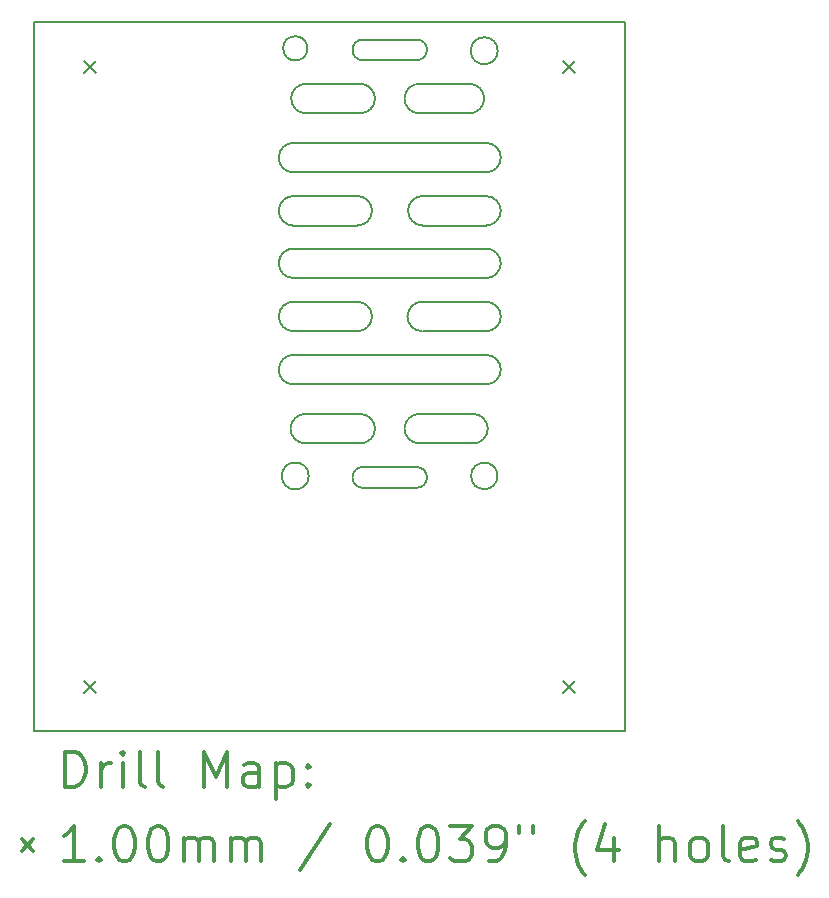
<source format=gbr>
%FSLAX45Y45*%
G04 Gerber Fmt 4.5, Leading zero omitted, Abs format (unit mm)*
G04 Created by KiCad (PCBNEW 4.0.6+dfsg1-1) date Sun Jan 28 21:25:41 2018*
%MOMM*%
%LPD*%
G01*
G04 APERTURE LIST*
%ADD10C,0.127000*%
%ADD11C,0.200000*%
%ADD12C,0.150000*%
%ADD13C,0.300000*%
G04 APERTURE END LIST*
D10*
D11*
X13240000Y-5320000D02*
G75*
G03X13325000Y-5235000I0J85000D01*
G01*
X13325000Y-5230000D02*
G75*
G03X13240000Y-5145000I-85000J0D01*
G01*
X12695000Y-5235000D02*
G75*
G03X12780000Y-5320000I85000J0D01*
G01*
X12780000Y-5145000D02*
G75*
G03X12695000Y-5230000I0J-85000D01*
G01*
X13240000Y-5145000D02*
X12780000Y-5145000D01*
X13240000Y-8765000D02*
X12780000Y-8765000D01*
X13240000Y-8940000D02*
G75*
G03X13325000Y-8855000I0J85000D01*
G01*
X12780000Y-8765000D02*
G75*
G03X12695000Y-8850000I0J-85000D01*
G01*
X13325000Y-8850000D02*
G75*
G03X13240000Y-8765000I-85000J0D01*
G01*
X12695000Y-8855000D02*
G75*
G03X12780000Y-8940000I85000J0D01*
G01*
X13240000Y-8940000D02*
X12780000Y-8940000D01*
X13240000Y-5320000D02*
X12780000Y-5320000D01*
X13840000Y-8440000D02*
G75*
G03X13715000Y-8315000I-125000J0D01*
G01*
X13715000Y-8565000D02*
G75*
G03X13840000Y-8440000I0J125000D01*
G01*
X13720000Y-8565000D02*
X13255000Y-8565000D01*
X13260000Y-8315000D02*
X13720000Y-8315000D01*
X13135000Y-8440000D02*
G75*
G03X13260000Y-8565000I125000J0D01*
G01*
X13265000Y-8315000D02*
G75*
G03X13135000Y-8435000I-5000J-125000D01*
G01*
X12760000Y-8565000D02*
X12295000Y-8565000D01*
X12300000Y-8315000D02*
X12760000Y-8315000D01*
X12760000Y-8565000D02*
G75*
G03X12885000Y-8440000I0J125000D01*
G01*
X12305000Y-5770000D02*
X12300000Y-5770000D01*
X13260000Y-5770000D02*
X13685000Y-5770000D01*
X13685000Y-5520000D02*
X13265000Y-5520000D01*
X12760000Y-5770000D02*
X12300000Y-5770000D01*
X12305000Y-5520000D02*
X12760000Y-5520000D01*
X12885000Y-8440000D02*
G75*
G03X12760000Y-8315000I-125000J0D01*
G01*
X12170000Y-8440000D02*
G75*
G03X12295000Y-8565000I125000J0D01*
G01*
X12300000Y-8315000D02*
G75*
G03X12170000Y-8435000I-5000J-125000D01*
G01*
X13135000Y-5645000D02*
G75*
G03X13260000Y-5770000I125000J0D01*
G01*
X13265000Y-5520000D02*
G75*
G03X13135000Y-5640000I-5000J-125000D01*
G01*
X12760000Y-5770000D02*
G75*
G03X12885000Y-5645000I0J125000D01*
G01*
X12885000Y-5645000D02*
G75*
G03X12760000Y-5520000I-125000J0D01*
G01*
X13685000Y-5770000D02*
G75*
G03X13810000Y-5645000I0J125000D01*
G01*
X13810000Y-5645000D02*
G75*
G03X13685000Y-5520000I-125000J0D01*
G01*
X12175000Y-5645000D02*
G75*
G03X12300000Y-5770000I125000J0D01*
G01*
X12305000Y-5520000D02*
G75*
G03X12175000Y-5640000I-5000J-125000D01*
G01*
X12735000Y-6720000D02*
G75*
G03X12860000Y-6595000I0J125000D01*
G01*
X12860000Y-6595000D02*
G75*
G03X12735000Y-6470000I-125000J0D01*
G01*
X12735000Y-6720000D02*
X12195000Y-6720000D01*
X12200000Y-6470000D02*
X12735000Y-6470000D01*
X12070000Y-6595000D02*
G75*
G03X12195000Y-6720000I125000J0D01*
G01*
X12200000Y-6470000D02*
G75*
G03X12070000Y-6590000I-5000J-125000D01*
G01*
X13165000Y-6595000D02*
G75*
G03X13290000Y-6720000I125000J0D01*
G01*
X13295000Y-6470000D02*
G75*
G03X13165000Y-6590000I-5000J-125000D01*
G01*
X13825000Y-6720000D02*
G75*
G03X13950000Y-6595000I0J125000D01*
G01*
X13290000Y-6720000D02*
X13825000Y-6720000D01*
X13295000Y-6470000D02*
X13830000Y-6470000D01*
X13825000Y-7815000D02*
X12195000Y-7815000D01*
X13950000Y-7940000D02*
G75*
G03X13825000Y-7815000I-125000J0D01*
G01*
X13160000Y-7490000D02*
G75*
G03X13285000Y-7615000I125000J0D01*
G01*
X13290000Y-7365000D02*
G75*
G03X13160000Y-7485000I-5000J-125000D01*
G01*
X13290000Y-7615000D02*
X13825000Y-7615000D01*
X13290000Y-7365000D02*
X13825000Y-7365000D01*
X13825000Y-7615000D02*
G75*
G03X13950000Y-7490000I0J125000D01*
G01*
X13950000Y-7490000D02*
G75*
G03X13825000Y-7365000I-125000J0D01*
G01*
X12735000Y-7615000D02*
X12195000Y-7615000D01*
X12200000Y-7365000D02*
X12735000Y-7365000D01*
X12735000Y-7615000D02*
G75*
G03X12860000Y-7490000I0J125000D01*
G01*
X12860000Y-7490000D02*
G75*
G03X12735000Y-7365000I-125000J0D01*
G01*
X12070000Y-7490000D02*
G75*
G03X12195000Y-7615000I125000J0D01*
G01*
X12200000Y-7365000D02*
G75*
G03X12070000Y-7485000I-5000J-125000D01*
G01*
X12195000Y-6270000D02*
X13825000Y-6270000D01*
X13825000Y-6020000D02*
X12200000Y-6020000D01*
X13825000Y-6270000D02*
G75*
G03X13950000Y-6145000I0J125000D01*
G01*
X13950000Y-6145000D02*
G75*
G03X13825000Y-6020000I-125000J0D01*
G01*
X12070000Y-6145000D02*
G75*
G03X12195000Y-6270000I125000J0D01*
G01*
X12200000Y-6020000D02*
G75*
G03X12070000Y-6140000I-5000J-125000D01*
G01*
X13825000Y-8065000D02*
X12195000Y-8065000D01*
X13950000Y-6595000D02*
G75*
G03X13825000Y-6470000I-125000J0D01*
G01*
X13825000Y-8065000D02*
G75*
G03X13950000Y-7940000I0J125000D01*
G01*
X12200000Y-7815000D02*
G75*
G03X12070000Y-7935000I-5000J-125000D01*
G01*
X12070000Y-7940000D02*
G75*
G03X12195000Y-8065000I125000J0D01*
G01*
X12195000Y-7165000D02*
X13825000Y-7165000D01*
X13825000Y-6915000D02*
X12200000Y-6915000D01*
X13950000Y-7040000D02*
G75*
G03X13825000Y-6915000I-125000J0D01*
G01*
X13825000Y-7165000D02*
G75*
G03X13950000Y-7040000I0J125000D01*
G01*
X12200000Y-6915000D02*
G75*
G03X12070000Y-7035000I-5000J-125000D01*
G01*
X12070000Y-7040000D02*
G75*
G03X12195000Y-7165000I125000J0D01*
G01*
D12*
X15000000Y-11000000D02*
X10000000Y-11000000D01*
D11*
X12324017Y-8840000D02*
G75*
G03X12324017Y-8840000I-114018J0D01*
G01*
X13921803Y-8840000D02*
G75*
G03X13921803Y-8840000I-111803J0D01*
G01*
X12312956Y-5220000D02*
G75*
G03X12312956Y-5220000I-102956J0D01*
G01*
X13924017Y-5240000D02*
G75*
G03X13924017Y-5240000I-114018J0D01*
G01*
D12*
X15000000Y-5000000D02*
X10000000Y-5000000D01*
X15000000Y-11000000D02*
X15000000Y-5000000D01*
X10000000Y-5000000D02*
X10000000Y-11000000D01*
D11*
X10424962Y-5324962D02*
X10525038Y-5425038D01*
X10525038Y-5324962D02*
X10424962Y-5425038D01*
X10424962Y-10574962D02*
X10525038Y-10675038D01*
X10525038Y-10574962D02*
X10424962Y-10675038D01*
X14474962Y-5324962D02*
X14575038Y-5425038D01*
X14575038Y-5324962D02*
X14474962Y-5425038D01*
X14474962Y-10574962D02*
X14575038Y-10675038D01*
X14575038Y-10574962D02*
X14474962Y-10675038D01*
D13*
X10263929Y-11473214D02*
X10263929Y-11173214D01*
X10335357Y-11173214D01*
X10378214Y-11187500D01*
X10406786Y-11216071D01*
X10421071Y-11244643D01*
X10435357Y-11301786D01*
X10435357Y-11344643D01*
X10421071Y-11401786D01*
X10406786Y-11430357D01*
X10378214Y-11458929D01*
X10335357Y-11473214D01*
X10263929Y-11473214D01*
X10563929Y-11473214D02*
X10563929Y-11273214D01*
X10563929Y-11330357D02*
X10578214Y-11301786D01*
X10592500Y-11287500D01*
X10621071Y-11273214D01*
X10649643Y-11273214D01*
X10749643Y-11473214D02*
X10749643Y-11273214D01*
X10749643Y-11173214D02*
X10735357Y-11187500D01*
X10749643Y-11201786D01*
X10763929Y-11187500D01*
X10749643Y-11173214D01*
X10749643Y-11201786D01*
X10935357Y-11473214D02*
X10906786Y-11458929D01*
X10892500Y-11430357D01*
X10892500Y-11173214D01*
X11092500Y-11473214D02*
X11063929Y-11458929D01*
X11049643Y-11430357D01*
X11049643Y-11173214D01*
X11435357Y-11473214D02*
X11435357Y-11173214D01*
X11535357Y-11387500D01*
X11635357Y-11173214D01*
X11635357Y-11473214D01*
X11906786Y-11473214D02*
X11906786Y-11316071D01*
X11892500Y-11287500D01*
X11863928Y-11273214D01*
X11806786Y-11273214D01*
X11778214Y-11287500D01*
X11906786Y-11458929D02*
X11878214Y-11473214D01*
X11806786Y-11473214D01*
X11778214Y-11458929D01*
X11763928Y-11430357D01*
X11763928Y-11401786D01*
X11778214Y-11373214D01*
X11806786Y-11358929D01*
X11878214Y-11358929D01*
X11906786Y-11344643D01*
X12049643Y-11273214D02*
X12049643Y-11573214D01*
X12049643Y-11287500D02*
X12078214Y-11273214D01*
X12135357Y-11273214D01*
X12163928Y-11287500D01*
X12178214Y-11301786D01*
X12192500Y-11330357D01*
X12192500Y-11416071D01*
X12178214Y-11444643D01*
X12163928Y-11458929D01*
X12135357Y-11473214D01*
X12078214Y-11473214D01*
X12049643Y-11458929D01*
X12321071Y-11444643D02*
X12335357Y-11458929D01*
X12321071Y-11473214D01*
X12306786Y-11458929D01*
X12321071Y-11444643D01*
X12321071Y-11473214D01*
X12321071Y-11287500D02*
X12335357Y-11301786D01*
X12321071Y-11316071D01*
X12306786Y-11301786D01*
X12321071Y-11287500D01*
X12321071Y-11316071D01*
X9892424Y-11917462D02*
X9992500Y-12017538D01*
X9992500Y-11917462D02*
X9892424Y-12017538D01*
X10421071Y-12103214D02*
X10249643Y-12103214D01*
X10335357Y-12103214D02*
X10335357Y-11803214D01*
X10306786Y-11846071D01*
X10278214Y-11874643D01*
X10249643Y-11888929D01*
X10549643Y-12074643D02*
X10563929Y-12088929D01*
X10549643Y-12103214D01*
X10535357Y-12088929D01*
X10549643Y-12074643D01*
X10549643Y-12103214D01*
X10749643Y-11803214D02*
X10778214Y-11803214D01*
X10806786Y-11817500D01*
X10821071Y-11831786D01*
X10835357Y-11860357D01*
X10849643Y-11917500D01*
X10849643Y-11988929D01*
X10835357Y-12046071D01*
X10821071Y-12074643D01*
X10806786Y-12088929D01*
X10778214Y-12103214D01*
X10749643Y-12103214D01*
X10721071Y-12088929D01*
X10706786Y-12074643D01*
X10692500Y-12046071D01*
X10678214Y-11988929D01*
X10678214Y-11917500D01*
X10692500Y-11860357D01*
X10706786Y-11831786D01*
X10721071Y-11817500D01*
X10749643Y-11803214D01*
X11035357Y-11803214D02*
X11063929Y-11803214D01*
X11092500Y-11817500D01*
X11106786Y-11831786D01*
X11121071Y-11860357D01*
X11135357Y-11917500D01*
X11135357Y-11988929D01*
X11121071Y-12046071D01*
X11106786Y-12074643D01*
X11092500Y-12088929D01*
X11063929Y-12103214D01*
X11035357Y-12103214D01*
X11006786Y-12088929D01*
X10992500Y-12074643D01*
X10978214Y-12046071D01*
X10963929Y-11988929D01*
X10963929Y-11917500D01*
X10978214Y-11860357D01*
X10992500Y-11831786D01*
X11006786Y-11817500D01*
X11035357Y-11803214D01*
X11263928Y-12103214D02*
X11263928Y-11903214D01*
X11263928Y-11931786D02*
X11278214Y-11917500D01*
X11306786Y-11903214D01*
X11349643Y-11903214D01*
X11378214Y-11917500D01*
X11392500Y-11946071D01*
X11392500Y-12103214D01*
X11392500Y-11946071D02*
X11406786Y-11917500D01*
X11435357Y-11903214D01*
X11478214Y-11903214D01*
X11506786Y-11917500D01*
X11521071Y-11946071D01*
X11521071Y-12103214D01*
X11663928Y-12103214D02*
X11663928Y-11903214D01*
X11663928Y-11931786D02*
X11678214Y-11917500D01*
X11706786Y-11903214D01*
X11749643Y-11903214D01*
X11778214Y-11917500D01*
X11792500Y-11946071D01*
X11792500Y-12103214D01*
X11792500Y-11946071D02*
X11806786Y-11917500D01*
X11835357Y-11903214D01*
X11878214Y-11903214D01*
X11906786Y-11917500D01*
X11921071Y-11946071D01*
X11921071Y-12103214D01*
X12506786Y-11788929D02*
X12249643Y-12174643D01*
X12892500Y-11803214D02*
X12921071Y-11803214D01*
X12949643Y-11817500D01*
X12963928Y-11831786D01*
X12978214Y-11860357D01*
X12992500Y-11917500D01*
X12992500Y-11988929D01*
X12978214Y-12046071D01*
X12963928Y-12074643D01*
X12949643Y-12088929D01*
X12921071Y-12103214D01*
X12892500Y-12103214D01*
X12863928Y-12088929D01*
X12849643Y-12074643D01*
X12835357Y-12046071D01*
X12821071Y-11988929D01*
X12821071Y-11917500D01*
X12835357Y-11860357D01*
X12849643Y-11831786D01*
X12863928Y-11817500D01*
X12892500Y-11803214D01*
X13121071Y-12074643D02*
X13135357Y-12088929D01*
X13121071Y-12103214D01*
X13106786Y-12088929D01*
X13121071Y-12074643D01*
X13121071Y-12103214D01*
X13321071Y-11803214D02*
X13349643Y-11803214D01*
X13378214Y-11817500D01*
X13392500Y-11831786D01*
X13406785Y-11860357D01*
X13421071Y-11917500D01*
X13421071Y-11988929D01*
X13406785Y-12046071D01*
X13392500Y-12074643D01*
X13378214Y-12088929D01*
X13349643Y-12103214D01*
X13321071Y-12103214D01*
X13292500Y-12088929D01*
X13278214Y-12074643D01*
X13263928Y-12046071D01*
X13249643Y-11988929D01*
X13249643Y-11917500D01*
X13263928Y-11860357D01*
X13278214Y-11831786D01*
X13292500Y-11817500D01*
X13321071Y-11803214D01*
X13521071Y-11803214D02*
X13706785Y-11803214D01*
X13606785Y-11917500D01*
X13649643Y-11917500D01*
X13678214Y-11931786D01*
X13692500Y-11946071D01*
X13706785Y-11974643D01*
X13706785Y-12046071D01*
X13692500Y-12074643D01*
X13678214Y-12088929D01*
X13649643Y-12103214D01*
X13563928Y-12103214D01*
X13535357Y-12088929D01*
X13521071Y-12074643D01*
X13849643Y-12103214D02*
X13906785Y-12103214D01*
X13935357Y-12088929D01*
X13949643Y-12074643D01*
X13978214Y-12031786D01*
X13992500Y-11974643D01*
X13992500Y-11860357D01*
X13978214Y-11831786D01*
X13963928Y-11817500D01*
X13935357Y-11803214D01*
X13878214Y-11803214D01*
X13849643Y-11817500D01*
X13835357Y-11831786D01*
X13821071Y-11860357D01*
X13821071Y-11931786D01*
X13835357Y-11960357D01*
X13849643Y-11974643D01*
X13878214Y-11988929D01*
X13935357Y-11988929D01*
X13963928Y-11974643D01*
X13978214Y-11960357D01*
X13992500Y-11931786D01*
X14106786Y-11803214D02*
X14106786Y-11860357D01*
X14221071Y-11803214D02*
X14221071Y-11860357D01*
X14663928Y-12217500D02*
X14649643Y-12203214D01*
X14621071Y-12160357D01*
X14606785Y-12131786D01*
X14592500Y-12088929D01*
X14578214Y-12017500D01*
X14578214Y-11960357D01*
X14592500Y-11888929D01*
X14606785Y-11846071D01*
X14621071Y-11817500D01*
X14649643Y-11774643D01*
X14663928Y-11760357D01*
X14906785Y-11903214D02*
X14906785Y-12103214D01*
X14835357Y-11788929D02*
X14763928Y-12003214D01*
X14949643Y-12003214D01*
X15292500Y-12103214D02*
X15292500Y-11803214D01*
X15421071Y-12103214D02*
X15421071Y-11946071D01*
X15406785Y-11917500D01*
X15378214Y-11903214D01*
X15335357Y-11903214D01*
X15306785Y-11917500D01*
X15292500Y-11931786D01*
X15606785Y-12103214D02*
X15578214Y-12088929D01*
X15563928Y-12074643D01*
X15549643Y-12046071D01*
X15549643Y-11960357D01*
X15563928Y-11931786D01*
X15578214Y-11917500D01*
X15606785Y-11903214D01*
X15649643Y-11903214D01*
X15678214Y-11917500D01*
X15692500Y-11931786D01*
X15706785Y-11960357D01*
X15706785Y-12046071D01*
X15692500Y-12074643D01*
X15678214Y-12088929D01*
X15649643Y-12103214D01*
X15606785Y-12103214D01*
X15878214Y-12103214D02*
X15849643Y-12088929D01*
X15835357Y-12060357D01*
X15835357Y-11803214D01*
X16106786Y-12088929D02*
X16078214Y-12103214D01*
X16021071Y-12103214D01*
X15992500Y-12088929D01*
X15978214Y-12060357D01*
X15978214Y-11946071D01*
X15992500Y-11917500D01*
X16021071Y-11903214D01*
X16078214Y-11903214D01*
X16106786Y-11917500D01*
X16121071Y-11946071D01*
X16121071Y-11974643D01*
X15978214Y-12003214D01*
X16235357Y-12088929D02*
X16263928Y-12103214D01*
X16321071Y-12103214D01*
X16349643Y-12088929D01*
X16363928Y-12060357D01*
X16363928Y-12046071D01*
X16349643Y-12017500D01*
X16321071Y-12003214D01*
X16278214Y-12003214D01*
X16249643Y-11988929D01*
X16235357Y-11960357D01*
X16235357Y-11946071D01*
X16249643Y-11917500D01*
X16278214Y-11903214D01*
X16321071Y-11903214D01*
X16349643Y-11917500D01*
X16463928Y-12217500D02*
X16478214Y-12203214D01*
X16506786Y-12160357D01*
X16521071Y-12131786D01*
X16535357Y-12088929D01*
X16549643Y-12017500D01*
X16549643Y-11960357D01*
X16535357Y-11888929D01*
X16521071Y-11846071D01*
X16506786Y-11817500D01*
X16478214Y-11774643D01*
X16463928Y-11760357D01*
M02*

</source>
